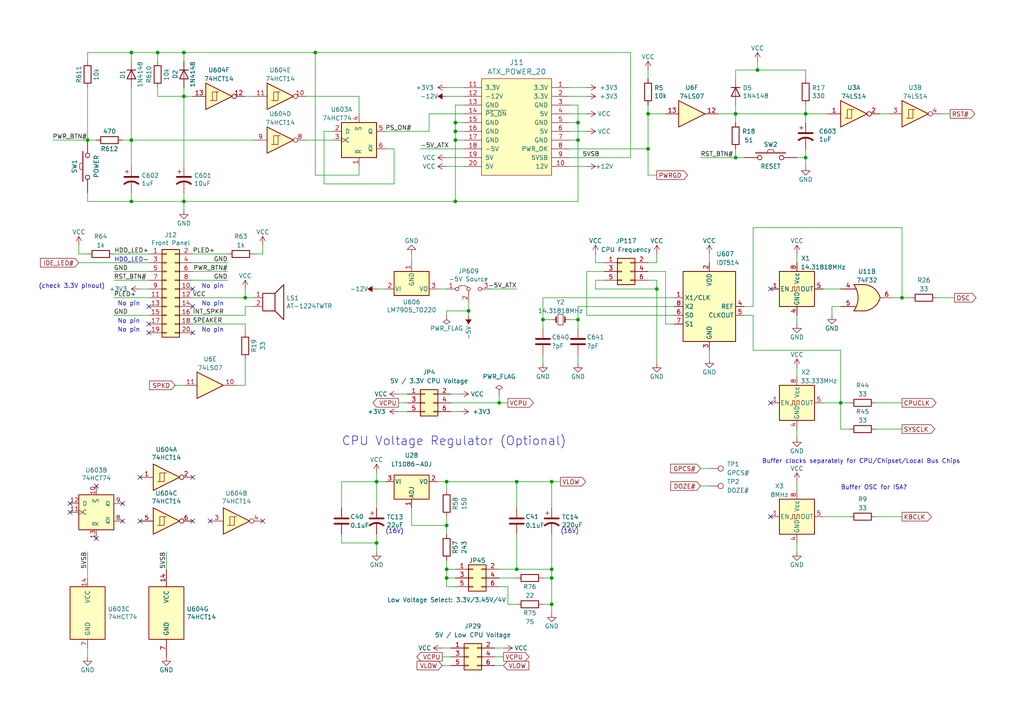
<source format=kicad_sch>
(kicad_sch (version 20231120) (generator "eeschema") (generator_version "8.0")
  (paper "A4")
  (title_block (title "PC110"))
  (junction (at 109.22 157.48))
  (junction (at 129.54 152.4))
  (junction (at 157.48 92.71))
  (junction (at 233.68 45.72))
  (junction (at 261.62 86.36))
  (junction (at 167.64 92.71))
  (junction (at 219.71 20.32))
  (junction (at 213.36 45.72))
  (junction (at 167.64 40.64))
  (junction (at 129.54 139.7))
  (junction (at 144.78 116.84))
  (junction (at 160.02 139.7))
  (junction (at 25.4 40.64))
  (junction (at 190.5 83.82))
  (junction (at 132.08 40.64))
  (junction (at 132.08 58.42))
  (junction (at 71.12 86.36))
  (junction (at 167.64 35.56))
  (junction (at 187.96 43.18))
  (junction (at 160.02 167.64))
  (junction (at 233.68 33.02))
  (junction (at 45.72 15.24))
  (junction (at 243.84 116.84))
  (junction (at 109.22 139.7))
  (junction (at 213.36 33.02))
  (junction (at 160.02 165.1))
  (junction (at 160.02 175.26))
  (junction (at 129.54 167.64))
  (junction (at 132.08 38.1))
  (junction (at 38.1 15.24))
  (junction (at 149.86 165.1))
  (junction (at 149.86 139.7))
  (junction (at 135.89 90.17))
  (junction (at 187.96 33.02))
  (junction (at 129.54 165.1))
  (junction (at 38.1 58.42))
  (junction (at 38.1 40.64))
  (junction (at 132.08 35.56))
  (junction (at 53.34 58.42))
  (junction (at 53.34 15.24))
  (junction (at 53.34 27.94))
  (junction (at 91.44 15.24))
  (no_connect (at 55.88 151.13))
  (no_connect (at 223.52 116.84))
  (no_connect (at 55.88 138.43))
  (no_connect (at 40.64 138.43))
  (no_connect (at 27.94 156.21))
  (no_connect (at 55.88 83.82))
  (no_connect (at 20.32 148.59))
  (no_connect (at 35.56 146.05))
  (no_connect (at 55.88 96.52))
  (no_connect (at 35.56 151.13))
  (no_connect (at 20.32 146.05))
  (no_connect (at 223.52 149.86))
  (no_connect (at 27.94 140.97))
  (no_connect (at 43.18 88.9))
  (no_connect (at 76.2 151.13))
  (no_connect (at 43.18 93.98))
  (no_connect (at 223.52 83.82))
  (no_connect (at 40.64 151.13))
  (no_connect (at 60.96 151.13))
  (no_connect (at 55.88 88.9))
  (no_connect (at 43.18 96.52))
  (wire (pts (xy 233.68 33.02) (xy 240.03 33.02)))
  (wire (pts (xy 128.27 187.96) (xy 130.81 187.96)))
  (wire (pts (xy 71.12 104.14) (xy 71.12 111.76)))
  (wire (pts (xy 129.54 165.1) (xy 132.08 165.1)))
  (wire (pts (xy 53.34 58.42) (xy 53.34 60.96)))
  (wire (pts (xy 219.71 20.32) (xy 219.71 17.78)))
  (wire (pts (xy 144.78 165.1) (xy 149.86 165.1)))
  (wire (pts (xy 160.02 139.7) (xy 162.56 139.7)))
  (wire (pts (xy 208.28 33.02) (xy 213.36 33.02)))
  (wire (pts (xy 88.9 40.64) (xy 96.52 40.64)))
  (wire (pts (xy 132.08 38.1) (xy 132.08 40.64)))
  (wire (pts (xy 231.14 157.48) (xy 231.14 160.02)))
  (wire (pts (xy 99.06 139.7) (xy 109.22 139.7)))
  (wire (pts (xy 104.14 48.26) (xy 104.14 50.8)))
  (wire (pts (xy 167.64 35.56) (xy 167.64 40.64)))
  (wire (pts (xy 231.14 91.44) (xy 231.14 93.98)))
  (wire (pts (xy 165.1 48.26) (xy 170.18 48.26)))
  (wire (pts (xy 53.34 27.94) (xy 55.88 27.94)))
  (wire (pts (xy 160.02 165.1) (xy 160.02 167.64)))
  (wire (pts (xy 135.89 90.17) (xy 129.54 90.17)))
  (wire (pts (xy 233.68 20.32) (xy 233.68 22.86)))
  (wire (pts (xy 142.24 83.82) (xy 149.86 83.82)))
  (wire (pts (xy 132.08 35.56) (xy 132.08 38.1)))
  (wire (pts (xy 129.54 170.18) (xy 132.08 170.18)))
  (wire (pts (xy 233.68 33.02) (xy 233.68 35.56)))
  (wire (pts (xy 193.04 78.74) (xy 187.96 78.74)))
  (wire (pts (xy 99.06 157.48) (xy 99.06 154.94)))
  (wire (pts (xy 144.78 116.84) (xy 147.32 116.84)))
  (wire (pts (xy 129.54 139.7) (xy 149.86 139.7)))
  (wire (pts (xy 73.66 40.64) (xy 38.1 40.64)))
  (wire (pts (xy 149.86 139.7) (xy 149.86 147.32)))
  (wire (pts (xy 129.54 139.7) (xy 129.54 142.24)))
  (wire (pts (xy 130.81 119.38) (xy 133.35 119.38)))
  (wire (pts (xy 238.76 83.82) (xy 243.84 83.82)))
  (wire (pts (xy 115.57 114.3) (xy 118.11 114.3)))
  (wire (pts (xy 55.88 81.28) (xy 66.04 81.28)))
  (wire (pts (xy 119.38 147.32) (xy 119.38 152.4)))
  (wire (pts (xy 165.1 30.48) (xy 167.64 30.48)))
  (wire (pts (xy 55.88 78.74) (xy 66.04 78.74)))
  (wire (pts (xy 22.86 76.2) (xy 43.18 76.2)))
  (wire (pts (xy 193.04 93.98) (xy 193.04 78.74)))
  (wire (pts (xy 218.44 88.9) (xy 218.44 66.04)))
  (wire (pts (xy 190.5 83.82) (xy 190.5 105.41)))
  (wire (pts (xy 243.84 124.46) (xy 243.84 116.84)))
  (wire (pts (xy 190.5 73.66) (xy 190.5 76.2)))
  (wire (pts (xy 160.02 139.7) (xy 160.02 147.32)))
  (wire (pts (xy 165.1 25.4) (xy 170.18 25.4)))
  (wire (pts (xy 213.36 22.86) (xy 213.36 20.32)))
  (wire (pts (xy 109.22 157.48) (xy 99.06 157.48)))
  (wire (pts (xy 119.38 73.66) (xy 119.38 76.2)))
  (wire (pts (xy 254 149.86) (xy 261.62 149.86)))
  (wire (pts (xy 73.66 86.36) (xy 71.12 86.36)))
  (wire (pts (xy 167.64 88.9) (xy 195.58 88.9)))
  (wire (pts (xy 119.38 152.4) (xy 129.54 152.4)))
  (wire (pts (xy 254 124.46) (xy 261.62 124.46)))
  (wire (pts (xy 134.62 40.64) (xy 132.08 40.64)))
  (wire (pts (xy 170.18 91.44) (xy 170.18 78.74)))
  (wire (pts (xy 257.81 33.02) (xy 255.27 33.02)))
  (wire (pts (xy 144.78 167.64) (xy 149.86 167.64)))
  (wire (pts (xy 165.1 43.18) (xy 187.96 43.18)))
  (wire (pts (xy 53.34 58.42) (xy 53.34 55.88)))
  (wire (pts (xy 219.71 20.32) (xy 233.68 20.32)))
  (wire (pts (xy 165.1 33.02) (xy 170.18 33.02)))
  (wire (pts (xy 187.96 50.8) (xy 190.5 50.8)))
  (wire (pts (xy 55.88 93.98) (xy 71.12 93.98)))
  (wire (pts (xy 114.3 43.18) (xy 114.3 53.34)))
  (wire (pts (xy 135.89 90.17) (xy 135.89 91.44)))
  (wire (pts (xy 238.76 116.84) (xy 243.84 116.84)))
  (wire (pts (xy 130.81 116.84) (xy 144.78 116.84)))
  (wire (pts (xy 115.57 116.84) (xy 118.11 116.84)))
  (wire (pts (xy 55.88 73.66) (xy 66.04 73.66)))
  (wire (pts (xy 243.84 101.6) (xy 243.84 116.84)))
  (wire (pts (xy 109.22 154.94) (xy 109.22 157.48)))
  (wire (pts (xy 231.14 106.68) (xy 231.14 109.22)))
  (wire (pts (xy 261.62 86.36) (xy 259.08 86.36)))
  (wire (pts (xy 157.48 92.71) (xy 160.02 92.71)))
  (wire (pts (xy 167.64 30.48) (xy 167.64 35.56)))
  (wire (pts (xy 218.44 91.44) (xy 218.44 101.6)))
  (wire (pts (xy 170.18 78.74) (xy 175.26 78.74)))
  (wire (pts (xy 45.72 27.94) (xy 45.72 25.4)))
  (wire (pts (xy 127 83.82) (xy 129.54 83.82)))
  (wire (pts (xy 115.57 119.38) (xy 118.11 119.38)))
  (wire (pts (xy 143.51 190.5) (xy 146.05 190.5)))
  (wire (pts (xy 43.18 83.82) (xy 40.64 83.82)))
  (wire (pts (xy 149.86 139.7) (xy 160.02 139.7)))
  (wire (pts (xy 111.76 83.82) (xy 109.22 83.82)))
  (wire (pts (xy 254 116.84) (xy 261.62 116.84)))
  (wire (pts (xy 172.72 73.66) (xy 172.72 76.2)))
  (wire (pts (xy 157.48 105.41) (xy 157.48 102.87)))
  (wire (pts (xy 134.62 45.72) (xy 129.54 45.72)))
  (wire (pts (xy 111.76 43.18) (xy 114.3 43.18)))
  (wire (pts (xy 25.4 40.64) (xy 15.24 40.64)))
  (wire (pts (xy 55.88 76.2) (xy 66.04 76.2)))
  (wire (pts (xy 71.12 93.98) (xy 71.12 96.52)))
  (wire (pts (xy 195.58 91.44) (xy 170.18 91.44)))
  (wire (pts (xy 231.14 139.7) (xy 231.14 142.24)))
  (wire (pts (xy 91.44 50.8) (xy 91.44 15.24)))
  (wire (pts (xy 187.96 43.18) (xy 187.96 50.8)))
  (wire (pts (xy 38.1 58.42) (xy 53.34 58.42)))
  (wire (pts (xy 167.64 58.42) (xy 132.08 58.42)))
  (wire (pts (xy 91.44 15.24) (xy 182.88 15.24)))
  (wire (pts (xy 218.44 101.6) (xy 243.84 101.6)))
  (wire (pts (xy 233.68 30.48) (xy 233.68 33.02)))
  (wire (pts (xy 182.88 15.24) (xy 182.88 45.72)))
  (wire (pts (xy 38.1 25.4) (xy 38.1 40.64)))
  (wire (pts (xy 231.14 45.72) (xy 233.68 45.72)))
  (wire (pts (xy 157.48 175.26) (xy 160.02 175.26)))
  (wire (pts (xy 160.02 154.94) (xy 160.02 165.1)))
  (wire (pts (xy 132.08 40.64) (xy 132.08 58.42)))
  (wire (pts (xy 213.36 30.48) (xy 213.36 33.02)))
  (wire (pts (xy 43.18 78.74) (xy 33.02 78.74)))
  (wire (pts (xy 215.9 88.9) (xy 218.44 88.9)))
  (wire (pts (xy 213.36 45.72) (xy 213.36 43.18)))
  (wire (pts (xy 134.62 38.1) (xy 132.08 38.1)))
  (wire (pts (xy 109.22 139.7) (xy 109.22 137.16)))
  (wire (pts (xy 73.66 88.9) (xy 71.12 88.9)))
  (wire (pts (xy 167.64 92.71) (xy 165.1 92.71)))
  (wire (pts (xy 25.4 58.42) (xy 38.1 58.42)))
  (wire (pts (xy 25.4 187.96) (xy 25.4 190.5)))
  (wire (pts (xy 48.26 165.1) (xy 48.26 160.02)))
  (wire (pts (xy 27.94 40.64) (xy 25.4 40.64)))
  (wire (pts (xy 243.84 116.84) (xy 246.38 116.84)))
  (wire (pts (xy 187.96 43.18) (xy 187.96 33.02)))
  (wire (pts (xy 71.12 88.9) (xy 71.12 91.44)))
  (wire (pts (xy 76.2 73.66) (xy 76.2 71.12)))
  (wire (pts (xy 205.74 101.6) (xy 205.74 104.14)))
  (wire (pts (xy 22.86 73.66) (xy 25.4 73.66)))
  (wire (pts (xy 38.1 15.24) (xy 38.1 17.78)))
  (wire (pts (xy 231.14 124.46) (xy 231.14 127)))
  (wire (pts (xy 187.96 81.28) (xy 190.5 81.28)))
  (wire (pts (xy 165.1 35.56) (xy 167.64 35.56)))
  (wire (pts (xy 53.34 27.94) (xy 45.72 27.94)))
  (wire (pts (xy 203.2 135.89) (xy 205.74 135.89)))
  (wire (pts (xy 111.76 38.1) (xy 124.46 38.1)))
  (wire (pts (xy 215.9 91.44) (xy 218.44 91.44)))
  (wire (pts (xy 43.18 91.44) (xy 33.02 91.44)))
  (wire (pts (xy 264.16 86.36) (xy 261.62 86.36)))
  (wire (pts (xy 160.02 175.26) (xy 160.02 167.64)))
  (wire (pts (xy 55.88 86.36) (xy 71.12 86.36)))
  (wire (pts (xy 73.66 73.66) (xy 76.2 73.66)))
  (wire (pts (xy 195.58 93.98) (xy 193.04 93.98)))
  (wire (pts (xy 213.36 20.32) (xy 219.71 20.32)))
  (wire (pts (xy 104.14 27.94) (xy 104.14 33.02)))
  (wire (pts (xy 129.54 167.64) (xy 132.08 167.64)))
  (wire (pts (xy 187.96 20.32) (xy 187.96 22.86)))
  (wire (pts (xy 130.81 114.3) (xy 133.35 114.3)))
  (wire (pts (xy 99.06 147.32) (xy 99.06 139.7)))
  (wire (pts (xy 43.18 86.36) (xy 33.02 86.36)))
  (wire (pts (xy 165.1 27.94) (xy 170.18 27.94)))
  (wire (pts (xy 190.5 83.82) (xy 190.5 81.28)))
  (wire (pts (xy 88.9 27.94) (xy 104.14 27.94)))
  (wire (pts (xy 129.54 165.1) (xy 129.54 167.64)))
  (wire (pts (xy 271.78 86.36) (xy 276.86 86.36)))
  (wire (pts (xy 114.3 53.34) (xy 93.98 53.34)))
  (wire (pts (xy 241.3 88.9) (xy 241.3 91.44)))
  (wire (pts (xy 172.72 81.28) (xy 175.26 81.28)))
  (wire (pts (xy 53.34 25.4) (xy 53.34 27.94)))
  (wire (pts (xy 213.36 45.72) (xy 215.9 45.72)))
  (wire (pts (xy 53.34 58.42) (xy 132.08 58.42)))
  (wire (pts (xy 144.78 170.18) (xy 147.32 170.18)))
  (wire (pts (xy 53.34 48.26) (xy 53.34 27.94)))
  (wire (pts (xy 157.48 86.36) (xy 157.48 92.71)))
  (wire (pts (xy 124.46 38.1) (xy 124.46 33.02)))
  (wire (pts (xy 172.72 81.28) (xy 172.72 83.82)))
  (wire (pts (xy 134.62 35.56) (xy 132.08 35.56)))
  (wire (pts (xy 45.72 15.24) (xy 45.72 17.78)))
  (wire (pts (xy 218.44 66.04) (xy 261.62 66.04)))
  (wire (pts (xy 144.78 114.3) (xy 144.78 116.84)))
  (wire (pts (xy 127 139.7) (xy 129.54 139.7)))
  (wire (pts (xy 167.64 105.41) (xy 167.64 102.87)))
  (wire (pts (xy 134.62 25.4) (xy 129.54 25.4)))
  (wire (pts (xy 111.76 139.7) (xy 109.22 139.7)))
  (wire (pts (xy 53.34 15.24) (xy 45.72 15.24)))
  (wire (pts (xy 71.12 27.94) (xy 73.66 27.94)))
  (wire (pts (xy 128.27 193.04) (xy 130.81 193.04)))
  (wire (pts (xy 38.1 48.26) (xy 38.1 40.64)))
  (wire (pts (xy 243.84 88.9) (xy 241.3 88.9)))
  (wire (pts (xy 167.64 92.71) (xy 167.64 88.9)))
  (wire (pts (xy 165.1 38.1) (xy 170.18 38.1)))
  (wire (pts (xy 132.08 30.48) (xy 132.08 35.56)))
  (wire (pts (xy 91.44 15.24) (xy 53.34 15.24)))
  (wire (pts (xy 129.54 165.1) (xy 129.54 162.56)))
  (wire (pts (xy 143.51 187.96) (xy 146.05 187.96)))
  (wire (pts (xy 25.4 15.24) (xy 25.4 17.78)))
  (wire (pts (xy 104.14 50.8) (xy 91.44 50.8)))
  (wire (pts (xy 165.1 40.64) (xy 167.64 40.64)))
  (wire (pts (xy 238.76 149.86) (xy 246.38 149.86)))
  (wire (pts (xy 175.26 76.2) (xy 172.72 76.2)))
  (wire (pts (xy 129.54 154.94) (xy 129.54 152.4)))
  (wire (pts (xy 109.22 139.7) (xy 109.22 147.32)))
  (wire (pts (xy 160.02 175.26) (xy 160.02 177.8)))
  (wire (pts (xy 147.32 170.18) (xy 147.32 175.26)))
  (wire (pts (xy 135.89 87.63) (xy 135.89 90.17)))
  (wire (pts (xy 147.32 175.26) (xy 149.86 175.26)))
  (wire (pts (xy 124.46 33.02) (xy 134.62 33.02)))
  (wire (pts (xy 275.59 33.02) (xy 273.05 33.02)))
  (wire (pts (xy 157.48 167.64) (xy 160.02 167.64)))
  (wire (pts (xy 134.62 30.48) (xy 132.08 30.48)))
  (wire (pts (xy 233.68 43.18) (xy 233.68 45.72)))
  (wire (pts (xy 203.2 140.97) (xy 205.74 140.97)))
  (wire (pts (xy 261.62 66.04) (xy 261.62 86.36)))
  (wire (pts (xy 25.4 55.88) (xy 25.4 58.42)))
  (wire (pts (xy 143.51 193.04) (xy 146.05 193.04)))
  (wire (pts (xy 96.52 38.1) (xy 93.98 38.1)))
  (wire (pts (xy 43.18 73.66) (xy 33.02 73.66)))
  (wire (pts (xy 71.12 86.36) (xy 71.12 83.82)))
  (wire (pts (xy 53.34 15.24) (xy 53.34 17.78)))
  (wire (pts (xy 35.56 40.64) (xy 38.1 40.64)))
  (wire (pts (xy 53.34 111.76) (xy 50.8 111.76)))
  (wire (pts (xy 22.86 73.66) (xy 22.86 71.12)))
  (wire (pts (xy 205.74 73.66) (xy 205.74 76.2)))
  (wire (pts (xy 187.96 76.2) (xy 190.5 76.2)))
  (wire (pts (xy 128.27 190.5) (xy 130.81 190.5)))
  (wire (pts (xy 193.04 33.02) (xy 187.96 33.02)))
  (wire (pts (xy 149.86 165.1) (xy 160.02 165.1)))
  (wire (pts (xy 43.18 81.28) (xy 33.02 81.28)))
  (wire (pts (xy 129.54 149.86) (xy 129.54 152.4)))
  (wire (pts (xy 109.22 157.48) (xy 109.22 160.02)))
  (wire (pts (xy 134.62 27.94) (xy 129.54 27.94)))
  (wire (pts (xy 68.58 111.76) (xy 71.12 111.76)))
  (wire (pts (xy 233.68 45.72) (xy 233.68 48.26)))
  (wire (pts (xy 246.38 124.46) (xy 243.84 124.46)))
  (wire (pts (xy 213.36 33.02) (xy 213.36 35.56)))
  (wire (pts (xy 231.14 73.66) (xy 231.14 76.2)))
  (wire (pts (xy 134.62 43.18) (xy 121.92 43.18)))
  (wire (pts (xy 167.64 40.64) (xy 167.64 58.42)))
  (wire (pts (xy 129.54 90.17) (xy 129.54 91.44)))
  (wire (pts (xy 38.1 55.88) (xy 38.1 58.42)))
  (wire (pts (xy 25.4 40.64) (xy 25.4 25.4)))
  (wire (pts (xy 25.4 167.64) (xy 25.4 160.02)))
  (wire (pts (xy 172.72 83.82) (xy 190.5 83.82)))
  (wire (pts (xy 157.48 86.36) (xy 195.58 86.36)))
  (wire (pts (xy 38.1 15.24) (xy 25.4 15.24)))
  (wire (pts (xy 149.86 154.94) (xy 149.86 165.1)))
  (wire (pts (xy 187.96 30.48) (xy 187.96 33.02)))
  (wire (pts (xy 93.98 38.1) (xy 93.98 53.34)))
  (wire (pts (xy 55.88 91.44) (xy 71.12 91.44)))
  (wire (pts (xy 129.54 167.64) (xy 129.54 170.18)))
  (wire (pts (xy 203.2 45.72) (xy 213.36 45.72)))
  (wire (pts (xy 167.64 95.25) (xy 167.64 92.71)))
  (wire (pts (xy 45.72 15.24) (xy 38.1 15.24)))
  (wire (pts (xy 134.62 48.26) (xy 129.54 48.26)))
  (wire (pts (xy 213.36 33.02) (xy 233.68 33.02)))
  (wire (pts (xy 165.1 45.72) (xy 182.88 45.72)))
  (wire (pts (xy 157.48 92.71) (xy 157.48 95.25)))
  (text "No pin" (at 58.42 96.52 0) (effects (font (size 1.27 1.27)) (justify left bottom)))
  (text "(16V)" (at 111.76 154.94 0) (effects (font (size 1.27 1.27)) (justify left bottom)))
  (text "Buffer OSC for ISA?" (at 243.84 142.24 0) (effects (font (size 1.27 1.27)) (justify left bottom)))
  (text "No pin" (at 40.64 96.52 0) (effects (font (size 1.27 1.27)) (justify right bottom)))
  (text "No pin" (at 58.42 88.9 0) (effects (font (size 1.27 1.27)) (justify left bottom)))
  (text "CPU Voltage Regulator (Optional)" (at 99.06 129.54 0) (effects (font (size 2.54 2.54)) (justify left bottom)))
  (text "(16V)" (at 162.56 154.94 0) (effects (font (size 1.27 1.27)) (justify left bottom)))
  (text "HDD_LED-" (at 43.18 76.2 0) (effects (font (size 1.27 1.27)) (justify right bottom)))
  (text "Buffer clocks separately for CPU/Chipset/Local Bus Chips" (at 220.98 134.62 0) (effects (font (size 1.27 1.27)) (justify left bottom)))
  (text "No pin" (at 58.42 83.82 0) (effects (font (size 1.27 1.27)) (justify left bottom)))
  (text "(check 3.3V pinout)" (at 30.48 83.82 0) (effects (font (size 1.27 1.27)) (justify right bottom)))
  (text "No pin" (at 40.64 88.9 0) (effects (font (size 1.27 1.27)) (justify right bottom)))
  (text "No pin" (at 40.64 93.98 0) (effects (font (size 1.27 1.27)) (justify right bottom)))
  (label "5VSB" (at 168.91 45.72 0))
  (label "GND" (at 33.02 91.44 0))
  (label "INT_SPKR" (at 55.88 91.44 0))
  (label "HDD_LED+" (at 43.18 73.66 180))
  (label "-5V_ATX" (at 121.92 43.18 0))
  (label "GND" (at 33.02 78.74 0))
  (label "VCC" (at 55.88 86.36 0))
  (label "PS_ON#" (at 111.76 38.1 0))
  (label "PWR_BTN#" (at 66.04 78.74 180))
  (label "RST_BTN#" (at 33.02 81.28 0))
  (label "5VSB" (at 48.26 160.02 270))
  (label "-5V_ATX" (at 149.86 83.82 180))
  (label "5VSB" (at 25.4 160.02 270))
  (label "PWR_BTN#" (at 15.24 40.64 0))
  (label "GND" (at 66.04 76.2 180))
  (label "GND" (at 66.04 81.28 180))
  (label "RST_BTN#" (at 203.2 45.72 0))
  (label "PLED+" (at 33.02 86.36 0))
  (label "PLED+" (at 55.88 73.66 0))
  (label "SPEAKER" (at 55.88 93.98 0))
  (global_label "GPCS#" (shape input) (at 203.2 135.89 180) (property "Intersheetrefs" "${INTERSHEET_REFS}" (effects (hide yes))))
  (global_label "VCPU" (shape output) (at 146.05 190.5 0) (property "Intersheetrefs" "${INTERSHEET_REFS}" (effects (hide yes))))
  (global_label "PWRGD" (shape output) (at 190.5 50.8 0) (property "Intersheetrefs" "${INTERSHEET_REFS}" (effects (hide yes))))
  (global_label "VCPU" (shape output) (at 147.32 116.84 0) (property "Intersheetrefs" "${INTERSHEET_REFS}" (effects (hide yes))))
  (global_label "DOZE#" (shape input) (at 203.2 140.97 180) (property "Intersheetrefs" "${INTERSHEET_REFS}" (effects (hide yes))))
  (global_label "VLOW" (shape output) (at 162.56 139.7 0) (property "Intersheetrefs" "${INTERSHEET_REFS}" (effects (hide yes))))
  (global_label "RST#" (shape output) (at 275.59 33.02 0) (property "Intersheetrefs" "${INTERSHEET_REFS}" (effects (hide yes))))
  (global_label "SPKD" (shape input) (at 50.8 111.76 180) (property "Intersheetrefs" "${INTERSHEET_REFS}" (effects (hide yes))))
  (global_label "VCPU" (shape output) (at 115.57 116.84 180) (property "Intersheetrefs" "${INTERSHEET_REFS}" (effects (hide yes))))
  (global_label "VCPU" (shape output) (at 128.27 190.5 180) (property "Intersheetrefs" "${INTERSHEET_REFS}" (effects (hide yes))))
  (global_label "VLOW" (shape input) (at 128.27 193.04 180) (property "Intersheetrefs" "${INTERSHEET_REFS}" (effects (hide yes))))
  (global_label "IDE_LED#" (shape input) (at 22.86 76.2 180) (property "Intersheetrefs" "${INTERSHEET_REFS}" (effects (hide yes))))
  (global_label "KBCLK" (shape output) (at 261.62 149.86 0) (property "Intersheetrefs" "${INTERSHEET_REFS}" (effects (hide yes))))
  (global_label "CPUCLK" (shape output) (at 261.62 116.84 0) (property "Intersheetrefs" "${INTERSHEET_REFS}" (effects (hide yes))))
  (global_label "OSC" (shape output) (at 276.86 86.36 0) (property "Intersheetrefs" "${INTERSHEET_REFS}" (effects (hide yes))))
  (global_label "VLOW" (shape input) (at 146.05 193.04 0) (property "Intersheetrefs" "${INTERSHEET_REFS}" (effects (hide yes))))
  (global_label "SYSCLK" (shape output) (at 261.62 124.46 0) (property "Intersheetrefs" "${INTERSHEET_REFS}" (effects (hide yes))))
  (symbol (lib_id "Oscillator:CXO_DIP8") (at 231.14 83.82 0) (unit 1)
    (property "Reference" "X1" (at 233.68 74.93 0))
    (property "Value" "14.31818MHz" (at 238.76 77.47 0))
    (property "Footprint" "Oscillator:Oscillator_DIP-8" (effects (hide yes)))
    (property "Datasheet" "http://cdn-reichelt.de/documents/datenblatt/B400/OSZI.pdf" (effects (hide yes)))
  )
  (symbol (lib_id "power:VCC") (at 231.14 73.66 0) (unit 1)
    (property "Reference" "#PWR0177" (effects (hide yes)))
    (property "Value" "VCC" (at 231.14 69.85 0))
  )
  (symbol (lib_id "power:GND") (at 231.14 93.98 0) (unit 1)
    (property "Reference" "#PWR0178" (effects (hide yes)))
    (property "Value" "GND" (at 231.14 97.79 0))
  )
  (symbol (lib_id "Device:R") (at 267.97 86.36 270) (unit 1)
    (property "Reference" "R26" (at 267.97 81.28 90))
    (property "Value" "33" (at 267.97 83.82 90))
    (property "Footprint" "Resistor_SMD:R_0612_1632Metric_Pad1.18x3.40mm_HandSolder" (effects (hide yes)))
  )
  (symbol (lib_id "my_components:Switch_Tactile") (at 223.52 45.72 0) (unit 1)
    (property "Reference" "SW2" (at 223.52 41.91 0))
    (property "Value" "RESET" (at 223.52 48.26 0))
    (property "Footprint" "My_Components:Switch_Tactile_6mm" (effects (hide yes)))
  )
  (symbol (lib_id "power:GND") (at 233.68 48.26 0) (unit 1)
    (property "Reference" "#PWR0179" (effects (hide yes)))
    (property "Value" "GND" (at 233.68 52.07 0))
  )
  (symbol (lib_id "Device:R") (at 213.36 39.37 0) (unit 1)
    (property "Reference" "R18" (at 217.17 38.1 0))
    (property "Value" "51" (at 217.17 40.64 0))
    (property "Footprint" "Resistor_SMD:R_0612_1632Metric_Pad1.18x3.40mm_HandSolder" (effects (hide yes)))
  )
  (symbol (lib_id "Device:C_Polarized_US") (at 233.68 39.37 0) (unit 1)
    (property "Reference" "C603" (at 237.49 38.1 0) (effects (justify left)))
    (property "Value" "1uF" (at 237.49 40.4114 0) (effects (justify left)))
    (property "Footprint" "Capacitor_THT:CP_Radial_D5.0mm_P2.00mm" (effects (hide yes)))
  )
  (symbol (lib_id "Device:D") (at 213.36 26.67 270) (unit 1)
    (property "Reference" "D5" (at 215.392 25.5016 90) (effects (justify left)))
    (property "Value" "1N4148" (at 215.392 27.813 90) (effects (justify left)))
    (property "Footprint" "Diode_THT:D_DO-35_SOD27_P7.62mm_Horizontal" (effects (hide yes)))
  )
  (symbol (lib_id "Device:R") (at 233.68 26.67 0) (unit 1)
    (property "Reference" "R17" (at 235.458 25.5016 0) (effects (justify left)))
    (property "Value" "330" (at 235.458 27.813 0) (effects (justify left)))
    (property "Footprint" "Resistor_SMD:R_0612_1632Metric_Pad1.18x3.40mm_HandSolder" (effects (hide yes)))
  )
  (symbol (lib_id "power:VCC") (at 219.71 17.78 0) (unit 1)
    (property "Reference" "#PWR0180" (effects (hide yes)))
    (property "Value" "VCC" (at 219.71 13.97 0))
  )
  (symbol (lib_id "Oscillator:CXO_DIP8") (at 231.14 116.84 0) (unit 1)
    (property "Reference" "X2" (at 233.68 107.95 0))
    (property "Value" "33.333MHz" (at 237.49 110.49 0))
    (property "Footprint" "Oscillator:Oscillator_DIP-8" (effects (hide yes)))
    (property "Datasheet" "http://cdn-reichelt.de/documents/datenblatt/B400/OSZI.pdf" (effects (hide yes)))
  )
  (symbol (lib_id "power:VCC") (at 231.14 106.68 0) (unit 1)
    (property "Reference" "#PWR0218" (effects (hide yes)))
    (property "Value" "VCC" (at 231.14 102.87 0))
  )
  (symbol (lib_id "power:GND") (at 231.14 127 0) (unit 1)
    (property "Reference" "#PWR0219" (effects (hide yes)))
    (property "Value" "GND" (at 231.14 130.81 0))
  )
  (symbol (lib_id "Device:R") (at 250.19 116.84 270) (unit 1)
    (property "Reference" "R44" (at 250.19 111.76 90))
    (property "Value" "33" (at 250.19 114.3 90))
    (property "Footprint" "Resistor_SMD:R_0612_1632Metric_Pad1.18x3.40mm_HandSolder" (effects (hide yes)))
  )
  (symbol (lib_id "74xx:74LS74") (at 104.14 40.64 0) (unit 1)
    (property "Reference" "U603" (at 99.06 31.75 0))
    (property "Value" "74HCT74" (at 97.79 34.29 0))
    (property "Footprint" "My_Components:IC_DIP14_300" (effects (hide yes)))
    (property "Datasheet" "74xx/74hc_hct74.pdf" (effects (hide yes)))
  )
  (symbol (lib_id "74xx:74LS74") (at 27.94 148.59 0) (unit 2)
    (property "Reference" "U603" (at 27.94 136.3726 0))
    (property "Value" "74HCT74" (at 27.94 138.684 0))
    (property "Footprint" "My_Components:IC_DIP14_300" (effects (hide yes)))
    (property "Datasheet" "74xx/74hc_hct74.pdf" (effects (hide yes)))
  )
  (symbol (lib_id "74xx:74LS74") (at 25.4 177.8 0) (unit 3)
    (property "Reference" "U603" (at 31.242 176.6316 0) (effects (justify left)))
    (property "Value" "74HCT74" (at 31.242 178.943 0) (effects (justify left)))
    (property "Footprint" "My_Components:IC_DIP14_300" (effects (hide yes)))
    (property "Datasheet" "74xx/74hc_hct74.pdf" (effects (hide yes)))
  )
  (symbol (lib_id "power:GND") (at 25.4 190.5 0) (unit 1)
    (property "Reference" "#PWR0222" (effects (hide yes)))
    (property "Value" "GND" (at 25.4 194.31 0))
  )
  (symbol (lib_id "74xx:74LS14") (at 48.26 138.43 0) (unit 1)
    (property "Reference" "U604" (at 48.26 130.3782 0))
    (property "Value" "74HCT14" (at 48.26 132.6896 0))
    (property "Footprint" "My_Components:IC_DIP14_300" (effects (hide yes)))
    (property "Datasheet" "http://www.ti.com/lit/gpn/sn74LS14" (effects (hide yes)))
  )
  (symbol (lib_id "74xx:74LS14") (at 68.58 151.13 0) (unit 2)
    (property "Reference" "U604" (at 68.58 143.0782 0))
    (property "Value" "74HCT14" (at 68.58 145.3896 0))
    (property "Footprint" "My_Components:IC_DIP14_300" (effects (hide yes)))
    (property "Datasheet" "http://www.ti.com/lit/gpn/sn74LS14" (effects (hide yes)))
  )
  (symbol (lib_id "74xx:74LS14") (at 48.26 151.13 0) (unit 3)
    (property "Reference" "U604" (at 48.26 143.0782 0))
    (property "Value" "74HCT14" (at 48.26 145.3896 0))
    (property "Footprint" "My_Components:IC_DIP14_300" (effects (hide yes)))
    (property "Datasheet" "http://www.ti.com/lit/gpn/sn74LS14" (effects (hide yes)))
  )
  (symbol (lib_id "74xx:74LS14") (at 81.28 40.64 0) (unit 4)
    (property "Reference" "U604" (at 81.28 33.02 0))
    (property "Value" "74HCT14" (at 81.28 35.56 0))
    (property "Footprint" "My_Components:IC_DIP14_300" (effects (hide yes)))
    (property "Datasheet" "http://www.ti.com/lit/gpn/sn74LS14" (effects (hide yes)))
  )
  (symbol (lib_id "74xx:74LS14") (at 81.28 27.94 0) (unit 5)
    (property "Reference" "U604" (at 81.28 20.32 0))
    (property "Value" "74HCT14" (at 81.28 22.86 0))
    (property "Footprint" "My_Components:IC_DIP14_300" (effects (hide yes)))
    (property "Datasheet" "http://www.ti.com/lit/gpn/sn74LS14" (effects (hide yes)))
  )
  (symbol (lib_id "74xx:74LS14") (at 63.5 27.94 0) (unit 6)
    (property "Reference" "U604" (at 63.5 20.32 0))
    (property "Value" "74HCT14" (at 63.5 22.86 0))
    (property "Footprint" "My_Components:IC_DIP14_300" (effects (hide yes)))
    (property "Datasheet" "http://www.ti.com/lit/gpn/sn74LS14" (effects (hide yes)))
  )
  (symbol (lib_id "74xx:74LS14") (at 48.26 177.8 0) (unit 7)
    (property "Reference" "U604" (at 54.102 176.6316 0) (effects (justify left)))
    (property "Value" "74HCT14" (at 54.102 178.943 0) (effects (justify left)))
    (property "Footprint" "My_Components:IC_DIP14_300" (effects (hide yes)))
    (property "Datasheet" "http://www.ti.com/lit/gpn/sn74LS14" (effects (hide yes)))
  )
  (symbol (lib_id "power:GND") (at 48.26 190.5 0) (unit 1)
    (property "Reference" "#PWR0223" (effects (hide yes)))
    (property "Value" "GND" (at 48.26 194.31 0))
  )
  (symbol (lib_id "Device:C_Polarized_US") (at 53.34 52.07 0) (unit 1)
    (property "Reference" "C601" (at 56.261 50.9016 0) (effects (justify left)))
    (property "Value" "10uF" (at 56.261 53.213 0) (effects (justify left)))
    (property "Footprint" "Capacitor_THT:CP_Radial_D5.0mm_P2.00mm" (effects (hide yes)))
  )
  (symbol (lib_id "Device:D") (at 53.34 21.59 270) (unit 1)
    (property "Reference" "D2" (at 50.8 21.59 0))
    (property "Value" "1N4148" (at 55.88 21.59 0))
    (property "Footprint" "Diode_THT:D_DO-35_SOD27_P7.62mm_Horizontal" (effects (hide yes)))
  )
  (symbol (lib_id "Device:R") (at 45.72 21.59 0) (unit 1)
    (property "Reference" "R610" (at 43.18 21.59 90))
    (property "Value" "10k" (at 48.26 21.59 90))
    (property "Footprint" "Resistor_SMD:R_0612_1632Metric_Pad1.18x3.40mm_HandSolder" (effects (hide yes)))
  )
  (symbol (lib_id "Device:C_Polarized_US") (at 38.1 52.07 0) (unit 1)
    (property "Reference" "C602" (at 41.021 50.9016 0) (effects (justify left)))
    (property "Value" "1uF" (at 41.021 53.213 0) (effects (justify left)))
    (property "Footprint" "Capacitor_THT:CP_Radial_D5.0mm_P2.00mm" (effects (hide yes)))
  )
  (symbol (lib_id "Device:D") (at 38.1 21.59 270) (unit 1)
    (property "Reference" "D1" (at 35.56 21.59 0))
    (property "Value" "1N4148" (at 40.64 21.59 0))
    (property "Footprint" "Diode_THT:D_DO-35_SOD27_P7.62mm_Horizontal" (effects (hide yes)))
  )
  (symbol (lib_id "Device:R") (at 25.4 21.59 0) (unit 1)
    (property "Reference" "R611" (at 22.86 21.59 90))
    (property "Value" "10k" (at 27.94 21.59 90))
    (property "Footprint" "Resistor_SMD:R_0612_1632Metric_Pad1.18x3.40mm_HandSolder" (effects (hide yes)))
  )
  (symbol (lib_id "Device:R") (at 31.75 40.64 270) (unit 1)
    (property "Reference" "R612" (at 31.75 43.18 90))
    (property "Value" "470" (at 31.75 38.1 90))
  )
  (symbol (lib_id "my_components:Switch_Tactile") (at 25.4 48.26 90) (unit 1)
    (property "Reference" "SW1" (at 21.59 48.26 0))
    (property "Value" "POWER" (at 27.94 48.26 0))
    (property "Footprint" "My_Components:Switch_Tactile_6mm" (effects (hide yes)))
  )
  (symbol (lib_id "power:GND") (at 53.34 60.96 0) (unit 1)
    (property "Reference" "#PWR0224" (effects (hide yes)))
    (property "Value" "GND" (at 53.34 64.77 0))
  )
  (symbol (lib_id "Connector_Generic:Conn_02x10_Odd_Even") (at 48.26 83.82 0) (unit 1)
    (property "Reference" "J12" (at 49.53 68.1482 0))
    (property "Value" "Front Panel" (at 49.53 70.4596 0))
    (property "Footprint" "Connector_PinHeader_2.54mm:PinHeader_2x10_P2.54mm_Vertical" (effects (hide yes)))
  )
  (symbol (lib_id "power:+3.3V") (at 40.64 83.82 90) (unit 1)
    (property "Reference" "#PWR0250" (effects (hide yes)))
    (property "Value" "+3V3" (at 34.29 83.82 90))
  )
  (symbol (lib_id "Device:R") (at 71.12 100.33 180) (unit 1)
    (property "Reference" "R19" (at 73.66 100.33 90))
    (property "Value" "33" (at 76.2 100.33 90))
    (property "Footprint" "Resistor_SMD:R_0612_1632Metric_Pad1.18x3.40mm_HandSolder" (effects (hide yes)))
  )
  (symbol (lib_id "Device:Speaker") (at 78.74 86.36 0) (unit 1)
    (property "Reference" "LS1" (at 83.058 86.4616 0) (effects (justify left)))
    (property "Value" "AT-1224TWTR" (at 83.058 88.773 0) (effects (justify left)))
    (property "Footprint" "My_Components:Speaker_12mm" (effects (hide yes)))
  )
  (symbol (lib_id "power:VCC") (at 71.12 83.82 0) (unit 1)
    (property "Reference" "#PWR0284" (effects (hide yes)))
    (property "Value" "VCC" (at 71.12 80.01 0))
  )
  (symbol (lib_id "my_components:ATX_POWER_20") (at 149.86 36.83 0) (mirror y) (unit 1)
    (property "Reference" "J11" (at 149.86 18.1102 0) (effects (font (size 1.524 1.524))))
    (property "Value" "ATX_POWER_20" (at 149.86 20.8026 0) (effects (font (size 1.524 1.524))))
    (property "Footprint" "My_Components:Conn_Power_ATX_20pin" (effects (hide yes)))
  )
  (symbol (lib_id "power:VCC") (at 170.18 38.1 270) (unit 1)
    (property "Reference" "#PWR0291" (effects (hide yes)))
    (property "Value" "VCC" (at 175.26 38.1 90))
  )
  (symbol (lib_id "power:+12V") (at 170.18 48.26 270) (unit 1)
    (property "Reference" "#PWR0290" (effects (hide yes)))
    (property "Value" "+12V" (at 175.26 48.26 90))
  )
  (symbol (lib_id "power:VCC") (at 170.18 33.02 270) (unit 1)
    (property "Reference" "#PWR0289" (effects (hide yes)))
    (property "Value" "VCC" (at 175.26 33.02 90))
  )
  (symbol (lib_id "power:+3.3V") (at 170.18 27.94 270) (unit 1)
    (property "Reference" "#PWR0288" (effects (hide yes)))
    (property "Value" "+3V3" (at 176.53 27.94 90))
  )
  (symbol (lib_id "power:+3.3V") (at 170.18 25.4 270) (unit 1)
    (property "Reference" "#PWR0287" (effects (hide yes)))
    (property "Value" "+3V3" (at 176.53 25.4 90))
  )
  (symbol (lib_id "power:+3.3V") (at 129.54 25.4 90) (unit 1)
    (property "Reference" "#PWR0251" (effects (hide yes)))
    (property "Value" "+3V3" (at 123.19 25.4 90))
  )
  (symbol (lib_id "power:-12V") (at 129.54 27.94 90) (unit 1)
    (property "Reference" "#PWR0216" (effects (hide yes)))
    (property "Value" "-12V" (at 124.46 27.94 90))
  )
  (symbol (lib_id "power:VCC") (at 129.54 45.72 90) (unit 1)
    (property "Reference" "#PWR0215" (effects (hide yes)))
    (property "Value" "VCC" (at 124.46 45.72 90))
  )
  (symbol (lib_id "power:VCC") (at 129.54 48.26 90) (unit 1)
    (property "Reference" "#PWR0214" (effects (hide yes)))
    (property "Value" "VCC" (at 124.46 48.26 90))
  )
  (symbol (lib_id "Regulator_Linear:LM7905_TO220") (at 119.38 83.82 0) (unit 1)
    (property "Reference" "U606" (at 119.38 87.6046 0))
    (property "Value" "LM7905_TO220" (at 119.38 89.916 0))
    (property "Footprint" "Package_TO_SOT_THT:TO-220-3_Vertical" (effects (hide yes)))
    (property "Datasheet" "https://www.onsemi.com/pub/Collateral/MC7900-D.PDF" (effects (hide yes)))
  )
  (symbol (lib_id "power:-5V") (at 135.89 91.44 180) (unit 1)
    (property "Reference" "#PWR0292" (effects (hide yes)))
    (property "Value" "-5V" (at 135.89 96.52 90))
  )
  (symbol (lib_id "power:-12V") (at 109.22 83.82 90) (unit 1)
    (property "Reference" "#PWR0293" (effects (hide yes)))
    (property "Value" "-12V" (at 104.14 83.82 90))
  )
  (symbol (lib_id "power:GND") (at 119.38 73.66 180) (unit 1)
    (property "Reference" "#PWR0294" (effects (hide yes)))
    (property "Value" "GND" (at 119.38 69.85 0))
  )
  (symbol (lib_id "Jumper:Jumper_3_Bridged12") (at 135.89 83.82 0) (unit 1)
    (property "Reference" "JP609" (at 135.89 78.6384 0))
    (property "Value" "-5V Source" (at 135.89 80.9498 0))
    (property "Footprint" "My_Components:Conn_Pin_Header_3x1_2.54mm" (effects (hide yes)))
  )
  (symbol (lib_id "power:PWR_FLAG") (at 129.54 91.44 180) (unit 1)
    (property "Reference" "#FLG0102" (effects (hide yes)))
    (property "Value" "PWR_FLAG" (at 129.54 95.25 0))
  )
  (symbol (lib_id "Device:R") (at 69.85 73.66 270) (unit 1)
    (property "Reference" "R63" (at 69.85 68.58 90))
    (property "Value" "1k" (at 69.85 71.12 90))
    (property "Footprint" "Resistor_SMD:R_0612_1632Metric_Pad1.18x3.40mm_HandSolder" (effects (hide yes)))
  )
  (symbol (lib_id "Device:R") (at 29.21 73.66 270) (unit 1)
    (property "Reference" "R64" (at 29.21 68.58 90))
    (property "Value" "1k" (at 29.21 71.12 90))
    (property "Footprint" "Resistor_SMD:R_0612_1632Metric_Pad1.18x3.40mm_HandSolder" (effects (hide yes)))
  )
  (symbol (lib_id "power:VCC") (at 76.2 71.12 0) (unit 1)
    (property "Reference" "#PWR0369" (effects (hide yes)))
    (property "Value" "VCC" (at 76.2 67.31 0))
  )
  (symbol (lib_id "power:VCC") (at 22.86 71.12 0) (unit 1)
    (property "Reference" "#PWR0370" (effects (hide yes)))
    (property "Value" "VCC" (at 22.86 67.31 0))
  )
  (symbol (lib_id "Device:C") (at 157.48 99.06 0) (unit 1)
    (property "Reference" "C640" (at 160.02 97.79 0) (effects (justify left)))
    (property "Value" "?pF" (at 160.02 100.33 0) (effects (justify left)))
    (property "Footprint" "Capacitor_SMD:C_0603_1608Metric_Pad1.08x0.95mm_HandSolder" (effects (hide yes)))
  )
  (symbol (lib_id "power:VCC") (at 205.74 73.66 0) (unit 1)
    (property "Reference" "#PWR0485" (effects (hide yes)))
    (property "Value" "VCC" (at 205.74 69.85 0))
  )
  (symbol (lib_id "power:GND") (at 160.02 177.8 0) (unit 1)
    (property "Reference" "#PWR0248" (effects (hide yes)))
    (property "Value" "GND" (at 160.02 181.61 0))
  )
  (symbol (lib_id "Device:R") (at 129.54 158.75 180) (unit 1)
    (property "Reference" "R57" (at 132.08 158.75 90))
    (property "Value" "243" (at 134.62 158.75 90))
  )
  (symbol (lib_id "Device:R") (at 250.19 149.86 270) (unit 1)
    (property "Reference" "R9" (at 250.19 144.78 90))
    (property "Value" "33" (at 250.19 147.32 90))
    (property "Footprint" "Resistor_SMD:R_0612_1632Metric_Pad1.18x3.40mm_HandSolder" (effects (hide yes)))
  )
  (symbol (lib_id "Regulator_Linear:LT1086-ADJ") (at 119.38 139.7 0) (unit 1)
    (property "Reference" "U28" (at 119.38 132.08 0))
    (property "Value" "LT1086-ADJ" (at 119.38 134.62 0))
    (property "Datasheet" "https://www.analog.com/media/en/technical-documentation/data-sheets/1086ffs.pdf" (effects (hide yes)))
  )
  (symbol (lib_id "74xx:74LS14") (at 265.43 33.02 0) (unit 2)
    (property "Reference" "U3" (at 265.43 25.4 0))
    (property "Value" "74LS14" (at 265.43 27.94 0))
    (property "Footprint" "My_Components:IC_DIP14_300" (effects (hide yes)))
    (property "Datasheet" "http://www.ti.com/lit/gpn/sn74LS14" (effects (hide yes)))
  )
  (symbol (lib_id "power:VCC") (at 146.05 187.96 270) (unit 1)
    (property "Reference" "#PWR0249" (effects (hide yes)))
    (property "Value" "VCC" (at 151.13 187.96 90))
  )
  (symbol (lib_id "Device:C") (at 167.64 99.06 0) (unit 1)
    (property "Reference" "C641" (at 170.18 97.79 0) (effects (justify left)))
    (property "Value" "?pF" (at 170.18 100.33 0) (effects (justify left)))
    (property "Footprint" "Capacitor_SMD:C_0603_1608Metric_Pad1.08x0.95mm_HandSolder" (effects (hide yes)))
  )
  (symbol (lib_id "Device:C_Polarized_US") (at 109.22 151.13 0) (unit 1)
    (property "Reference" "TC13" (at 112.141 149.9616 0) (effects (justify left)))
    (property "Value" "22uF" (at 112.141 152.273 0) (effects (justify left)))
    (property "Footprint" "Capacitor_THT:CP_Radial_D5.0mm_P2.00mm" (effects (hide yes)))
  )
  (symbol (lib_id "power:VCC") (at 133.35 114.3 270) (unit 1)
    (property "Reference" "#PWR0468" (effects (hide yes)))
    (property "Value" "VCC" (at 138.43 114.3 90))
  )
  (symbol (lib_id "Connector_Generic:Conn_02x03_Odd_Even") (at 137.16 167.64 0) (unit 1)
    (property "Reference" "JP45" (at 138.43 162.56 0))
    (property "Value" "Low Voltage Select: 3.3V/3.45V/4V" (at 129.54 173.99 0))
  )
  (symbol (lib_id "Device:C_Polarized_US") (at 160.02 151.13 0) (unit 1)
    (property "Reference" "TC14" (at 162.941 149.9616 0) (effects (justify left)))
    (property "Value" "220uF" (at 162.941 152.273 0) (effects (justify left)))
    (property "Footprint" "Capacitor_THT:CP_Radial_D5.0mm_P2.00mm" (effects (hide yes)))
  )
  (symbol (lib_id "Device:Crystal_Small") (at 162.56 92.71 0) (unit 1)
    (property "Reference" "Y2" (at 162.56 87.63 0))
    (property "Value" "14.31818MHz" (at 162.56 90.17 0))
    (property "Footprint" "My_Components:Crystal_32K_Horiz" (effects (hide yes)))
  )
  (symbol (lib_id "74xx:74LS32") (at 251.46 86.36 0) (unit 2)
    (property "Reference" "U11" (at 251.46 78.74 0))
    (property "Value" "74F32" (at 251.46 81.28 0))
    (property "Footprint" "My_Components:IC_DIP14_300" (effects (hide yes)))
    (property "Datasheet" "http://www.ti.com/lit/gpn/sn74LS32" (effects (hide yes)))
  )
  (symbol (lib_id "Oscillator:NB3N502") (at 205.74 88.9 0) (unit 1)
    (property "Reference" "U607" (at 207.7594 73.66 0) (effects (justify left)))
    (property "Value" "IDT514" (at 207.7594 76.2 0) (effects (justify left)))
    (property "Footprint" "Package_SO:SOIC-8_3.9x4.9mm_P1.27mm" (effects (hide yes)))
    (property "Datasheet" "http://www.onsemi.com/pub/Collateral/NB3N502-D.PDF" (effects (hide yes)))
  )
  (symbol (lib_id "power:GND") (at 157.48 105.41 0) (unit 1)
    (property "Reference" "#PWR0263" (effects (hide yes)))
    (property "Value" "GND" (at 157.48 109.22 0))
  )
  (symbol (lib_id "Device:C") (at 99.06 151.13 0) (unit 1)
    (property "Reference" "C40" (at 101.6 149.86 0) (effects (justify left)))
    (property "Value" "0.1uF" (at 101.6 152.4 0) (effects (justify left)))
  )
  (symbol (lib_id "power:GND") (at 109.22 160.02 0) (unit 1)
    (property "Reference" "#PWR0469" (effects (hide yes)))
    (property "Value" "GND" (at 109.22 163.83 0))
  )
  (symbol (lib_id "power:GND") (at 205.74 104.14 0) (unit 1)
    (property "Reference" "#PWR0486" (effects (hide yes)))
    (property "Value" "GND" (at 205.74 107.95 0))
  )
  (symbol (lib_id "Oscillator:CXO_DIP8") (at 231.14 149.86 0) (unit 1)
    (property "Reference" "X3" (at 226.06 140.97 0))
    (property "Value" "8MHz" (at 226.06 143.51 0))
    (property "Footprint" "Oscillator:Oscillator_DIP-8" (effects (hide yes)))
    (property "Datasheet" "http://cdn-reichelt.de/documents/datenblatt/B400/OSZI.pdf" (effects (hide yes)))
  )
  (symbol (lib_id "power:VCC") (at 172.72 73.66 0) (unit 1)
    (property "Reference" "#PWR0490" (effects (hide yes)))
    (property "Value" "VCC" (at 172.72 69.85 0))
  )
  (symbol (lib_id "Device:R") (at 153.67 167.64 90) (unit 1)
    (property "Reference" "R76" (at 153.67 170.18 90))
    (property "Value" "22" (at 153.67 172.72 90))
  )
  (symbol (lib_id "power:+3.3V") (at 133.35 119.38 270) (unit 1)
    (property "Reference" "#PWR0283" (effects (hide yes)))
    (property "Value" "+3V3" (at 139.7 119.38 90))
  )
  (symbol (lib_id "Device:C") (at 149.86 151.13 0) (unit 1)
    (property "Reference" "C41" (at 152.4 149.86 0) (effects (justify left)))
    (property "Value" "0.1uF" (at 152.4 152.4 0) (effects (justify left)))
  )
  (symbol (lib_id "power:+3.3V") (at 115.57 119.38 90) (unit 1)
    (property "Reference" "#PWR0472" (effects (hide yes)))
    (property "Value" "+3V3" (at 109.22 119.38 90))
  )
  (symbol (lib_id "power:GND") (at 241.3 91.44 0) (unit 1)
    (property "Reference" "#PWR0272" (effects (hide yes)))
    (property "Value" "GND" (at 241.3 95.25 0))
  )
  (symbol (lib_id "power:PWR_FLAG") (at 144.78 114.3 0) (unit 1)
    (property "Reference" "#FLG0101" (effects (hide yes)))
    (property "Value" "PWR_FLAG" (at 144.78 109.22 0))
  )
  (symbol (lib_id "Connector:TestPoint") (at 205.74 135.89 270) (unit 1)
    (property "Reference" "TP1" (at 210.82 134.6199 90) (effects (justify left)))
    (property "Value" "GPCS#" (at 210.82 137.1599 90) (effects (justify left)))
  )
  (symbol (lib_id "power:GND") (at 231.14 160.02 0) (unit 1)
    (property "Reference" "#PWR0295" (effects (hide yes)))
    (property "Value" "GND" (at 231.14 163.83 0))
  )
  (symbol (lib_id "power:VCC") (at 231.14 139.7 0) (unit 1)
    (property "Reference" "#PWR0286" (effects (hide yes)))
    (property "Value" "VCC" (at 231.14 135.89 0))
  )
  (symbol (lib_id "power:GND") (at 167.64 105.41 0) (unit 1)
    (property "Reference" "#PWR0488" (effects (hide yes)))
    (property "Value" "GND" (at 167.64 109.22 0))
  )
  (symbol (lib_id "power:GND") (at 190.5 105.41 0) (unit 1)
    (property "Reference" "#PWR0487" (effects (hide yes)))
    (property "Value" "GND" (at 190.5 109.22 0))
  )
  (symbol (lib_id "74xx:74LS07") (at 200.66 33.02 0) (unit 6)
    (property "Reference" "U6" (at 200.66 25.4 0))
    (property "Value" "74LS07" (at 200.66 27.94 0))
    (property "Footprint" "My_Components:IC_DIP14_300" (effects (hide yes)))
    (property "Datasheet" "www.ti.com/lit/ds/symlink/sn74ls07.pdf" (effects (hide yes)))
  )
  (symbol (lib_id "power:VCC") (at 128.27 187.96 90) (unit 1)
    (property "Reference" "#PWR0471" (effects (hide yes)))
    (property "Value" "VCC" (at 123.19 187.96 90))
  )
  (symbol (lib_id "power:VCC") (at 109.22 137.16 0) (unit 1)
    (property "Reference" "#PWR0470" (effects (hide yes)))
    (property "Value" "VCC" (at 109.22 133.35 0))
  )
  (symbol (lib_id "74xx:74LS14") (at 247.65 33.02 0) (unit 1)
    (property "Reference" "U3" (at 247.65 25.4 0))
    (property "Value" "74LS14" (at 247.65 27.94 0))
    (property "Footprint" "My_Components:IC_DIP14_300" (effects (hide yes)))
    (property "Datasheet" "http://www.ti.com/lit/gpn/sn74LS14" (effects (hide yes)))
  )
  (symbol (lib_id "Device:R") (at 187.96 26.67 0) (unit 1)
    (property "Reference" "R5" (at 189.738 25.5016 0) (effects (justify left)))
    (property "Value" "10k" (at 189.738 27.813 0) (effects (justify left)))
    (property "Footprint" "Resistor_SMD:R_0612_1632Metric_Pad1.18x3.40mm_HandSolder" (effects (hide yes)))
  )
  (symbol (lib_id "74xx:74LS07") (at 60.96 111.76 0) (unit 5)
    (property "Reference" "U6" (at 60.96 104.14 0))
    (property "Value" "74LS07" (at 60.96 106.68 0))
    (property "Footprint" "My_Components:IC_DIP14_300" (effects (hide yes)))
    (property "Datasheet" "www.ti.com/lit/ds/symlink/sn74ls07.pdf" (effects (hide yes)))
  )
  (symbol (lib_id "Connector:TestPoint") (at 205.74 140.97 270) (unit 1)
    (property "Reference" "TP2" (at 210.82 139.6999 90) (effects (justify left)))
    (property "Value" "DOZE#" (at 210.82 142.2399 90) (effects (justify left)))
  )
  (symbol (lib_id "Device:R") (at 153.67 175.26 90) (unit 1)
    (property "Reference" "R75" (at 153.67 177.8 90))
    (property "Value" "75" (at 153.67 180.34 90))
  )
  (symbol (lib_id "Connector_Generic:Conn_02x03_Odd_Even") (at 180.34 78.74 0) (unit 1)
    (property "Reference" "JP117" (at 181.61 69.85 0))
    (property "Value" "CPU Frequency" (at 181.61 72.39 0))
  )
  (symbol (lib_id "Device:R") (at 250.19 124.46 270) (unit 1)
    (property "Reference" "R45" (at 250.19 119.38 90))
    (property "Value" "33" (at 250.19 121.92 90))
    (property "Footprint" "Resistor_SMD:R_0612_1632Metric_Pad1.18x3.40mm_HandSolder" (effects (hide yes)))
  )
  (symbol (lib_id "Connector_Generic:Conn_02x03_Odd_Even") (at 123.19 116.84 0) (unit 1)
    (property "Reference" "JP4" (at 124.46 107.95 0))
    (property "Value" "5V / 3.3V CPU Voltage" (at 124.46 110.49 0))
  )
  (symbol (lib_id "Connector_Generic:Conn_02x03_Odd_Even") (at 135.89 190.5 0) (unit 1)
    (property "Reference" "JP29" (at 137.16 181.61 0))
    (property "Value" "5V / Low CPU Voltage" (at 137.16 184.15 0))
  )
  (symbol (lib_id "power:VCC") (at 190.5 73.66 0) (unit 1)
    (property "Reference" "#PWR0489" (effects (hide yes)))
    (property "Value" "VCC" (at 190.5 69.85 0))
  )
  (symbol (lib_id "power:VCC") (at 187.96 20.32 0) (unit 1)
    (property "Reference" "#PWR0434" (effects (hide yes)))
    (property "Value" "VCC" (at 187.96 16.51 0))
  )
  (symbol (lib_id "power:VCC") (at 115.57 114.3 90) (unit 1)
    (property "Reference" "#PWR0473" (effects (hide yes)))
    (property "Value" "VCC" (at 110.49 114.3 90))
  )
  (symbol (lib_id "Device:R") (at 129.54 146.05 180) (unit 1)
    (property "Reference" "R58" (at 132.08 146.05 90))
    (property "Value" "150" (at 134.62 146.05 90))
  )
)
</source>
